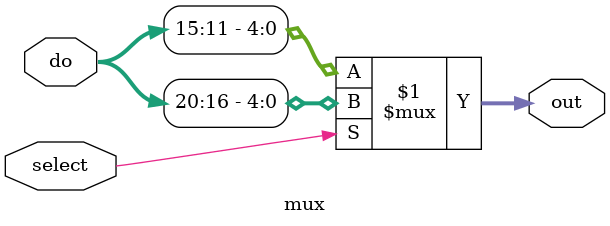
<source format=v>
module mux(
input select,
input [31:0] do,
output [4:0] out
    );
        assign out = select ? do[20:16] : do[15:11];
    
endmodule

</source>
